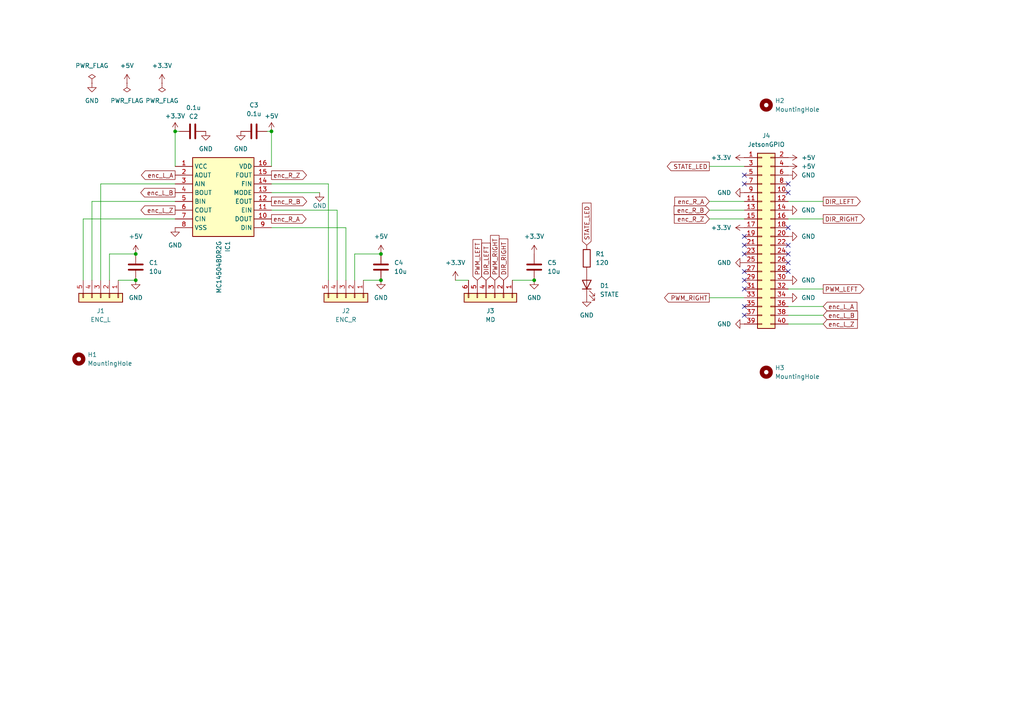
<source format=kicad_sch>
(kicad_sch (version 20231120) (generator "eeschema") (generator_version "8.0")
  (paper "A4")
  (lib_symbols
    (symbol "Connector_Generic:Conn_01x05" (pin_names (offset 1.016) hide)
      (property "Reference" "J" (at 0 7.62 0))
      (property "Value" "Conn_01x05" (at 0 -7.62 0))
      (symbol "Conn_01x05_1_1"
        (rectangle (start -1.27 -4.953) (end 0 -5.207) (stroke (width 0.1524)))
        (rectangle (start -1.27 -2.413) (end 0 -2.667) (stroke (width 0.1524)))
        (rectangle (start -1.27 0.127) (end 0 -0.127) (stroke (width 0.1524)))
        (rectangle (start -1.27 2.667) (end 0 2.413) (stroke (width 0.1524)))
        (rectangle (start -1.27 5.207) (end 0 4.953) (stroke (width 0.1524)))
        (rectangle (start -1.27 6.35) (end 1.27 -6.35) (stroke (width 0.254)) (fill (type background)))
        (pin passive line (at -5.08 5.08 0) (length 3.81) (name "Pin_1") (number "1"))
        (pin passive line (at -5.08 2.54 0) (length 3.81) (name "Pin_2") (number "2"))
        (pin passive line (at -5.08 0 0) (length 3.81) (name "Pin_3") (number "3"))
        (pin passive line (at -5.08 -2.54 0) (length 3.81) (name "Pin_4") (number "4"))
        (pin passive line (at -5.08 -5.08 0) (length 3.81) (name "Pin_5") (number "5"))
      )
    )
    (symbol "Connector_Generic:Conn_01x06" (pin_names (offset 1.016) hide)
      (property "Reference" "J" (at 0 7.62 0))
      (property "Value" "Conn_01x06" (at 0 -10.16 0))
      (symbol "Conn_01x06_1_1"
        (rectangle (start -1.27 -7.493) (end 0 -7.747) (stroke (width 0.1524)))
        (rectangle (start -1.27 -4.953) (end 0 -5.207) (stroke (width 0.1524)))
        (rectangle (start -1.27 -2.413) (end 0 -2.667) (stroke (width 0.1524)))
        (rectangle (start -1.27 0.127) (end 0 -0.127) (stroke (width 0.1524)))
        (rectangle (start -1.27 2.667) (end 0 2.413) (stroke (width 0.1524)))
        (rectangle (start -1.27 5.207) (end 0 4.953) (stroke (width 0.1524)))
        (rectangle (start -1.27 6.35) (end 1.27 -8.89) (stroke (width 0.254)) (fill (type background)))
        (pin passive line (at -5.08 5.08 0) (length 3.81) (name "Pin_1") (number "1"))
        (pin passive line (at -5.08 2.54 0) (length 3.81) (name "Pin_2") (number "2"))
        (pin passive line (at -5.08 0 0) (length 3.81) (name "Pin_3") (number "3"))
        (pin passive line (at -5.08 -2.54 0) (length 3.81) (name "Pin_4") (number "4"))
        (pin passive line (at -5.08 -5.08 0) (length 3.81) (name "Pin_5") (number "5"))
        (pin passive line (at -5.08 -7.62 0) (length 3.81) (name "Pin_6") (number "6"))
      )
    )
    (symbol "Connector_Generic:Conn_02x20_Odd_Even" (pin_names (offset 1.016) hide)
      (property "Reference" "J" (at 1.27 25.4 0))
      (property "Value" "Conn_02x20_Odd_Even" (at 1.27 -27.94 0))
      (symbol "Conn_02x20_Odd_Even_1_1"
        (rectangle (start -1.27 -25.273) (end 0 -25.527) (stroke (width 0.1524)))
        (rectangle (start -1.27 -22.733) (end 0 -22.987) (stroke (width 0.1524)))
        (rectangle (start -1.27 -20.193) (end 0 -20.447) (stroke (width 0.1524)))
        (rectangle (start -1.27 -17.653) (end 0 -17.907) (stroke (width 0.1524)))
        (rectangle (start -1.27 -15.113) (end 0 -15.367) (stroke (width 0.1524)))
        (rectangle (start -1.27 -12.573) (end 0 -12.827) (stroke (width 0.1524)))
        (rectangle (start -1.27 -10.033) (end 0 -10.287) (stroke (width 0.1524)))
        (rectangle (start -1.27 -7.493) (end 0 -7.747) (stroke (width 0.1524)))
        (rectangle (start -1.27 -4.953) (end 0 -5.207) (stroke (width 0.1524)))
        (rectangle (start -1.27 -2.413) (end 0 -2.667) (stroke (width 0.1524)))
        (rectangle (start -1.27 0.127) (end 0 -0.127) (stroke (width 0.1524)))
        (rectangle (start -1.27 2.667) (end 0 2.413) (stroke (width 0.1524)))
        (rectangle (start -1.27 5.207) (end 0 4.953) (stroke (width 0.1524)))
        (rectangle (start -1.27 7.747) (end 0 7.493) (stroke (width 0.1524)))
        (rectangle (start -1.27 10.287) (end 0 10.033) (stroke (width 0.1524)))
        (rectangle (start -1.27 12.827) (end 0 12.573) (stroke (width 0.1524)))
        (rectangle (start -1.27 15.367) (end 0 15.113) (stroke (width 0.1524)))
        (rectangle (start -1.27 17.907) (end 0 17.653) (stroke (width 0.1524)))
        (rectangle (start -1.27 20.447) (end 0 20.193) (stroke (width 0.1524)))
        (rectangle (start -1.27 22.987) (end 0 22.733) (stroke (width 0.1524)))
        (rectangle (start -1.27 24.13) (end 3.81 -26.67) (stroke (width 0.254)) (fill (type background)))
        (rectangle (start 3.81 -25.273) (end 2.54 -25.527) (stroke (width 0.1524)))
        (rectangle (start 3.81 -22.733) (end 2.54 -22.987) (stroke (width 0.1524)))
        (rectangle (start 3.81 -20.193) (end 2.54 -20.447) (stroke (width 0.1524)))
        (rectangle (start 3.81 -17.653) (end 2.54 -17.907) (stroke (width 0.1524)))
        (rectangle (start 3.81 -15.113) (end 2.54 -15.367) (stroke (width 0.1524)))
        (rectangle (start 3.81 -12.573) (end 2.54 -12.827) (stroke (width 0.1524)))
        (rectangle (start 3.81 -10.033) (end 2.54 -10.287) (stroke (width 0.1524)))
        (rectangle (start 3.81 -7.493) (end 2.54 -7.747) (stroke (width 0.1524)))
        (rectangle (start 3.81 -4.953) (end 2.54 -5.207) (stroke (width 0.1524)))
        (rectangle (start 3.81 -2.413) (end 2.54 -2.667) (stroke (width 0.1524)))
        (rectangle (start 3.81 0.127) (end 2.54 -0.127) (stroke (width 0.1524)))
        (rectangle (start 3.81 2.667) (end 2.54 2.413) (stroke (width 0.1524)))
        (rectangle (start 3.81 5.207) (end 2.54 4.953) (stroke (width 0.1524)))
        (rectangle (start 3.81 7.747) (end 2.54 7.493) (stroke (width 0.1524)))
        (rectangle (start 3.81 10.287) (end 2.54 10.033) (stroke (width 0.1524)))
        (rectangle (start 3.81 12.827) (end 2.54 12.573) (stroke (width 0.1524)))
        (rectangle (start 3.81 15.367) (end 2.54 15.113) (stroke (width 0.1524)))
        (rectangle (start 3.81 17.907) (end 2.54 17.653) (stroke (width 0.1524)))
        (rectangle (start 3.81 20.447) (end 2.54 20.193) (stroke (width 0.1524)))
        (rectangle (start 3.81 22.987) (end 2.54 22.733) (stroke (width 0.1524)))
        (pin passive line (at -5.08 22.86 0) (length 3.81) (name "Pin_1") (number "1"))
        (pin passive line (at 7.62 12.7 180) (length 3.81) (name "Pin_10") (number "10"))
        (pin passive line (at -5.08 10.16 0) (length 3.81) (name "Pin_11") (number "11"))
        (pin passive line (at 7.62 10.16 180) (length 3.81) (name "Pin_12") (number "12"))
        (pin passive line (at -5.08 7.62 0) (length 3.81) (name "Pin_13") (number "13"))
        (pin passive line (at 7.62 7.62 180) (length 3.81) (name "Pin_14") (number "14"))
        (pin passive line (at -5.08 5.08 0) (length 3.81) (name "Pin_15") (number "15"))
        (pin passive line (at 7.62 5.08 180) (length 3.81) (name "Pin_16") (number "16"))
        (pin passive line (at -5.08 2.54 0) (length 3.81) (name "Pin_17") (number "17"))
        (pin passive line (at 7.62 2.54 180) (length 3.81) (name "Pin_18") (number "18"))
        (pin passive line (at -5.08 0 0) (length 3.81) (name "Pin_19") (number "19"))
        (pin passive line (at 7.62 22.86 180) (length 3.81) (name "Pin_2") (number "2"))
        (pin passive line (at 7.62 0 180) (length 3.81) (name "Pin_20") (number "20"))
        (pin passive line (at -5.08 -2.54 0) (length 3.81) (name "Pin_21") (number "21"))
        (pin passive line (at 7.62 -2.54 180) (length 3.81) (name "Pin_22") (number "22"))
        (pin passive line (at -5.08 -5.08 0) (length 3.81) (name "Pin_23") (number "23"))
        (pin passive line (at 7.62 -5.08 180) (length 3.81) (name "Pin_24") (number "24"))
        (pin passive line (at -5.08 -7.62 0) (length 3.81) (name "Pin_25") (number "25"))
        (pin passive line (at 7.62 -7.62 180) (length 3.81) (name "Pin_26") (number "26"))
        (pin passive line (at -5.08 -10.16 0) (length 3.81) (name "Pin_27") (number "27"))
        (pin passive line (at 7.62 -10.16 180) (length 3.81) (name "Pin_28") (number "28"))
        (pin passive line (at -5.08 -12.7 0) (length 3.81) (name "Pin_29") (number "29"))
        (pin passive line (at -5.08 20.32 0) (length 3.81) (name "Pin_3") (number "3"))
        (pin passive line (at 7.62 -12.7 180) (length 3.81) (name "Pin_30") (number "30"))
        (pin passive line (at -5.08 -15.24 0) (length 3.81) (name "Pin_31") (number "31"))
        (pin passive line (at 7.62 -15.24 180) (length 3.81) (name "Pin_32") (number "32"))
        (pin passive line (at -5.08 -17.78 0) (length 3.81) (name "Pin_33") (number "33"))
        (pin passive line (at 7.62 -17.78 180) (length 3.81) (name "Pin_34") (number "34"))
        (pin passive line (at -5.08 -20.32 0) (length 3.81) (name "Pin_35") (number "35"))
        (pin passive line (at 7.62 -20.32 180) (length 3.81) (name "Pin_36") (number "36"))
        (pin passive line (at -5.08 -22.86 0) (length 3.81) (name "Pin_37") (number "37"))
        (pin passive line (at 7.62 -22.86 180) (length 3.81) (name "Pin_38") (number "38"))
        (pin passive line (at -5.08 -25.4 0) (length 3.81) (name "Pin_39") (number "39"))
        (pin passive line (at 7.62 20.32 180) (length 3.81) (name "Pin_4") (number "4"))
        (pin passive line (at 7.62 -25.4 180) (length 3.81) (name "Pin_40") (number "40"))
        (pin passive line (at -5.08 17.78 0) (length 3.81) (name "Pin_5") (number "5"))
        (pin passive line (at 7.62 17.78 180) (length 3.81) (name "Pin_6") (number "6"))
        (pin passive line (at -5.08 15.24 0) (length 3.81) (name "Pin_7") (number "7"))
        (pin passive line (at 7.62 15.24 180) (length 3.81) (name "Pin_8") (number "8"))
        (pin passive line (at -5.08 12.7 0) (length 3.81) (name "Pin_9") (number "9"))
      )
    )
    (symbol "Device:C" (pin_numbers hide) (pin_names (offset 0.254))
      (property "Reference" "C" (at 0.635 2.54 0))
      (property "Value" "C" (at 0.635 -2.54 0))
      (symbol "C_0_1"
        (polyline (pts (xy -2.032 -0.762) (xy 2.032 -0.762)) (stroke (width 0.508)))
        (polyline (pts (xy -2.032 0.762) (xy 2.032 0.762)) (stroke (width 0.508)))
      )
      (symbol "C_1_1"
        (pin passive line (at 0 3.81 270) (length 2.794) (name "~") (number "1"))
        (pin passive line (at 0 -3.81 90) (length 2.794) (name "~") (number "2"))
      )
    )
    (symbol "Device:LED" (pin_numbers hide) (pin_names (offset 1.016) hide)
      (property "Reference" "D" (at 0 2.54 0))
      (property "Value" "LED" (at 0 -2.54 0))
      (symbol "LED_0_1"
        (polyline (pts (xy -1.27 -1.27) (xy -1.27 1.27)) (stroke (width 0.254)))
        (polyline (pts (xy -1.27 0) (xy 1.27 0)))
        (polyline (pts (xy 1.27 -1.27) (xy 1.27 1.27) (xy -1.27 0) (xy 1.27 -1.27)) (stroke (width 0.254)))
        (polyline (pts (xy -3.048 -0.762) (xy -4.572 -2.286) (xy -3.81 -2.286) (xy -4.572 -2.286) (xy -4.572 -1.524)))
        (polyline (pts (xy -1.778 -0.762) (xy -3.302 -2.286) (xy -2.54 -2.286) (xy -3.302 -2.286) (xy -3.302 -1.524)))
      )
      (symbol "LED_1_1"
        (pin passive line (at -3.81 0 0) (length 2.54) (name "K") (number "1"))
        (pin passive line (at 3.81 0 180) (length 2.54) (name "A") (number "2"))
      )
    )
    (symbol "Device:R" (pin_numbers hide) (pin_names (offset 0))
      (property "Reference" "R" (at 2.032 0 90))
      (property "Value" "R" (at 0 0 90))
      (symbol "R_0_1"
        (rectangle (start -1.016 -2.54) (end 1.016 2.54) (stroke (width 0.254)))
      )
      (symbol "R_1_1"
        (pin passive line (at 0 3.81 270) (length 1.27) (name "~") (number "1"))
        (pin passive line (at 0 -3.81 90) (length 1.27) (name "~") (number "2"))
      )
    )
    (symbol "MC14504BDR2G:MC14504BDR2G"
      (property "Reference" "IC" (at 24.13 7.62 0))
      (property "Value" "MC14504BDR2G" (at 24.13 5.08 0))
      (symbol "MC14504BDR2G_1_1"
        (rectangle (start 5.08 2.54) (end 22.86 -20.32) (stroke (width 0.254)) (fill (type background)))
        (pin passive line (at 0 0 0) (length 5.08) (name "VCC") (number "1"))
        (pin passive line (at 27.94 -15.24 180) (length 5.08) (name "DOUT") (number "10"))
        (pin passive line (at 27.94 -12.7 180) (length 5.08) (name "EIN") (number "11"))
        (pin passive line (at 27.94 -10.16 180) (length 5.08) (name "EOUT") (number "12"))
        (pin passive line (at 27.94 -7.62 180) (length 5.08) (name "MODE") (number "13"))
        (pin passive line (at 27.94 -5.08 180) (length 5.08) (name "FIN") (number "14"))
        (pin passive line (at 27.94 -2.54 180) (length 5.08) (name "FOUT") (number "15"))
        (pin passive line (at 27.94 0 180) (length 5.08) (name "VDD") (number "16"))
        (pin passive line (at 0 -2.54 0) (length 5.08) (name "AOUT") (number "2"))
        (pin passive line (at 0 -5.08 0) (length 5.08) (name "AIN") (number "3"))
        (pin passive line (at 0 -7.62 0) (length 5.08) (name "BOUT") (number "4"))
        (pin passive line (at 0 -10.16 0) (length 5.08) (name "BIN") (number "5"))
        (pin passive line (at 0 -12.7 0) (length 5.08) (name "COUT") (number "6"))
        (pin passive line (at 0 -15.24 0) (length 5.08) (name "CIN") (number "7"))
        (pin passive line (at 0 -17.78 0) (length 5.08) (name "VSS") (number "8"))
        (pin passive line (at 27.94 -17.78 180) (length 5.08) (name "DIN") (number "9"))
      )
    )
    (symbol "Mechanical:MountingHole" (pin_names (offset 1.016)) (exclude_from_sim yes) (in_bom no)
      (property "Reference" "H" (at 0 5.08 0))
      (property "Value" "MountingHole" (at 0 3.175 0))
      (symbol "MountingHole_0_1"
        (circle (center 0 0) (radius 1.27) (stroke (width 1.27)))
      )
    )
    (symbol "power:+3.3V" (power) (pin_numbers hide) (pin_names (offset 0) hide)
      (property "Value" "+3.3V" (at 0 3.556 0))
      (symbol "+3.3V_0_1"
        (polyline (pts (xy -0.762 1.27) (xy 0 2.54)))
        (polyline (pts (xy 0 0) (xy 0 2.54)))
        (polyline (pts (xy 0 2.54) (xy 0.762 1.27)))
      )
      (symbol "+3.3V_1_1"
        (pin power_in line (at 0 0 90) (length 0) (name "~") (number "1"))
      )
    )
    (symbol "power:+5V" (power) (pin_numbers hide) (pin_names (offset 0) hide)
      (property "Value" "+5V" (at 0 3.556 0))
      (symbol "+5V_0_1"
        (polyline (pts (xy -0.762 1.27) (xy 0 2.54)))
        (polyline (pts (xy 0 0) (xy 0 2.54)))
        (polyline (pts (xy 0 2.54) (xy 0.762 1.27)))
      )
      (symbol "+5V_1_1"
        (pin power_in line (at 0 0 90) (length 0) (name "~") (number "1"))
      )
    )
    (symbol "power:GND" (power) (pin_numbers hide) (pin_names (offset 0) hide)
      (property "Value" "GND" (at 0 -3.81 0))
      (symbol "GND_0_1"
        (polyline (pts (xy 0 0) (xy 0 -1.27) (xy 1.27 -1.27) (xy 0 -2.54) (xy -1.27 -1.27) (xy 0 -1.27)))
      )
      (symbol "GND_1_1"
        (pin power_in line (at 0 0 270) (length 0) (name "~") (number "1"))
      )
    )
    (symbol "power:PWR_FLAG" (power) (pin_numbers hide) (pin_names (offset 0) hide)
      (property "Value" "PWR_FLAG" (at 0 3.81 0))
      (symbol "PWR_FLAG_0_0"
        (pin power_out line (at 0 0 90) (length 0) (name "~") (number "1"))
      )
      (symbol "PWR_FLAG_0_1"
        (polyline (pts (xy 0 0) (xy 0 1.27) (xy -1.016 1.905) (xy 0 2.54) (xy 1.016 1.905) (xy 0 1.27)))
      )
    )
  )
  (junction (at 39.37 81.28))
  (junction (at 110.49 73.66))
  (junction (at 50.8 38.1))
  (junction (at 78.74 38.1))
  (junction (at 39.37 73.66))
  (junction (at 110.49 81.28))
  (junction (at 154.94 81.28))
  (no_connect (at 228.6 78.74))
  (no_connect (at 228.6 53.34))
  (no_connect (at 215.9 81.28))
  (no_connect (at 215.9 53.34))
  (no_connect (at 215.9 78.74))
  (no_connect (at 215.9 91.44))
  (no_connect (at 228.6 76.2))
  (no_connect (at 215.9 71.12))
  (no_connect (at 228.6 73.66))
  (no_connect (at 215.9 50.8))
  (no_connect (at 215.9 73.66))
  (no_connect (at 228.6 66.04))
  (no_connect (at 228.6 71.12))
  (no_connect (at 228.6 55.88))
  (no_connect (at 215.9 83.82))
  (no_connect (at 215.9 68.58))
  (no_connect (at 215.9 88.9))
  (wire (pts (xy 50.8 58.42) (xy 26.67 58.42)))
  (wire (pts (xy 77.47 38.1) (xy 78.74 38.1)))
  (wire (pts (xy 39.37 73.66) (xy 31.75 73.66)))
  (wire (pts (xy 228.6 91.44) (xy 238.76 91.44)))
  (wire (pts (xy 228.6 88.9) (xy 238.76 88.9)))
  (wire (pts (xy 78.74 53.34) (xy 95.25 53.34)))
  (wire (pts (xy 52.07 38.1) (xy 50.8 38.1)))
  (wire (pts (xy 110.49 73.66) (xy 102.87 73.66)))
  (wire (pts (xy 50.8 38.1) (xy 50.8 48.26)))
  (wire (pts (xy 205.74 60.96) (xy 215.9 60.96)))
  (wire (pts (xy 102.87 73.66) (xy 102.87 81.28)))
  (wire (pts (xy 95.25 53.34) (xy 95.25 81.28)))
  (wire (pts (xy 26.67 58.42) (xy 26.67 81.28)))
  (wire (pts (xy 205.74 63.5) (xy 215.9 63.5)))
  (wire (pts (xy 97.79 60.96) (xy 97.79 81.28)))
  (wire (pts (xy 228.6 83.82) (xy 238.76 83.82)))
  (wire (pts (xy 205.74 86.36) (xy 215.9 86.36)))
  (wire (pts (xy 78.74 60.96) (xy 97.79 60.96)))
  (wire (pts (xy 228.6 63.5) (xy 238.76 63.5)))
  (wire (pts (xy 228.6 93.98) (xy 238.76 93.98)))
  (wire (pts (xy 228.6 58.42) (xy 238.76 58.42)))
  (wire (pts (xy 24.13 63.5) (xy 24.13 81.28)))
  (wire (pts (xy 29.21 53.34) (xy 29.21 81.28)))
  (wire (pts (xy 78.74 38.1) (xy 78.74 48.26)))
  (wire (pts (xy 78.74 55.88) (xy 92.71 55.88)))
  (wire (pts (xy 31.75 73.66) (xy 31.75 81.28)))
  (wire (pts (xy 148.59 81.28) (xy 154.94 81.28)))
  (wire (pts (xy 205.74 58.42) (xy 215.9 58.42)))
  (wire (pts (xy 110.49 81.28) (xy 105.41 81.28)))
  (wire (pts (xy 100.33 66.04) (xy 100.33 81.28)))
  (wire (pts (xy 39.37 81.28) (xy 34.29 81.28)))
  (wire (pts (xy 50.8 53.34) (xy 29.21 53.34)))
  (wire (pts (xy 50.8 63.5) (xy 24.13 63.5)))
  (wire (pts (xy 205.74 48.26) (xy 215.9 48.26)))
  (wire (pts (xy 78.74 66.04) (xy 100.33 66.04)))
  (wire (pts (xy 132.08 81.28) (xy 135.89 81.28)))
  (global_label "enc_L_A" (shape output) (at 50.8 50.8 180) (property "Intersheetrefs" "${INTERSHEET_REFS}" (effects (hide yes))))
  (global_label "STATE_LED" (shape input) (at 170.18 71.12 90) (property "Intersheetrefs" "${INTERSHEET_REFS}" (effects (hide yes))))
  (global_label "enc_L_A" (shape input) (at 238.76 88.9 0) (property "Intersheetrefs" "${INTERSHEET_REFS}" (effects (hide yes))))
  (global_label "enc_L_B" (shape input) (at 238.76 91.44 0) (property "Intersheetrefs" "${INTERSHEET_REFS}" (effects (hide yes))))
  (global_label "PWM_LEFT" (shape output) (at 238.76 83.82 0) (property "Intersheetrefs" "${INTERSHEET_REFS}" (effects (hide yes))))
  (global_label "PWM_RIGHT" (shape input) (at 143.51 81.28 90) (property "Intersheetrefs" "${INTERSHEET_REFS}" (effects (hide yes))))
  (global_label "DIR_LEFT" (shape output) (at 238.76 58.42 0) (property "Intersheetrefs" "${INTERSHEET_REFS}" (effects (hide yes))))
  (global_label "enc_R_B" (shape output) (at 78.74 58.42 0) (property "Intersheetrefs" "${INTERSHEET_REFS}" (effects (hide yes))))
  (global_label "enc_L_Z" (shape input) (at 238.76 93.98 0) (property "Intersheetrefs" "${INTERSHEET_REFS}" (effects (hide yes))))
  (global_label "PWM_RIGHT" (shape output) (at 205.74 86.36 180) (property "Intersheetrefs" "${INTERSHEET_REFS}" (effects (hide yes))))
  (global_label "enc_R_B" (shape input) (at 205.74 60.96 180) (property "Intersheetrefs" "${INTERSHEET_REFS}" (effects (hide yes))))
  (global_label "enc_R_A" (shape input) (at 205.74 58.42 180) (property "Intersheetrefs" "${INTERSHEET_REFS}" (effects (hide yes))))
  (global_label "enc_L_Z" (shape output) (at 50.8 60.96 180) (property "Intersheetrefs" "${INTERSHEET_REFS}" (effects (hide yes))))
  (global_label "enc_R_Z" (shape input) (at 205.74 63.5 180) (property "Intersheetrefs" "${INTERSHEET_REFS}" (effects (hide yes))))
  (global_label "DIR_RIGHT" (shape input) (at 146.05 81.28 90) (property "Intersheetrefs" "${INTERSHEET_REFS}" (effects (hide yes))))
  (global_label "STATE_LED" (shape output) (at 205.74 48.26 180) (property "Intersheetrefs" "${INTERSHEET_REFS}" (effects (hide yes))))
  (global_label "enc_L_B" (shape output) (at 50.8 55.88 180) (property "Intersheetrefs" "${INTERSHEET_REFS}" (effects (hide yes))))
  (global_label "PWM_LEFT" (shape input) (at 138.43 81.28 90) (property "Intersheetrefs" "${INTERSHEET_REFS}" (effects (hide yes))))
  (global_label "DIR_RIGHT" (shape output) (at 238.76 63.5 0) (property "Intersheetrefs" "${INTERSHEET_REFS}" (effects (hide yes))))
  (global_label "enc_R_Z" (shape output) (at 78.74 50.8 0) (property "Intersheetrefs" "${INTERSHEET_REFS}" (effects (hide yes))))
  (global_label "DIR_LEFT" (shape input) (at 140.97 81.28 90) (property "Intersheetrefs" "${INTERSHEET_REFS}" (effects (hide yes))))
  (global_label "enc_R_A" (shape output) (at 78.74 63.5 0) (property "Intersheetrefs" "${INTERSHEET_REFS}" (effects (hide yes))))
  (symbol (lib_id "Connector_Generic:Conn_02x20_Odd_Even") (at 220.98 68.58 0) (unit 1)
    (property "Reference" "J4" (at 222.25 39.37 0))
    (property "Value" "JetsonGPIO" (at 222.25 41.91 0))
    (property "Footprint" "Connector_PinHeader_2.54mm:PinHeader_2x20_P2.54mm_Vertical" (effects (hide yes)))
    (property "Description" "Generic connector, double row, 02x20, odd/even pin numbering scheme (row 1 odd numbers, row 2 even numbers), script generated (kicad-library-utils/schlib/autogen/connector/)" (effects (hide yes)))
  )
  (symbol (lib_id "power:GND") (at 215.9 55.88 270) (unit 1)
    (property "Reference" "#PWR015" (effects (hide yes)))
    (property "Value" "GND" (at 212.09 55.8799 90) (effects (justify right)))
    (property "Description" "Power symbol creates a global label with name \"GND\" , ground" (effects (hide yes)))
  )
  (symbol (lib_id "power:GND") (at 170.18 86.36 0) (unit 1)
    (property "Reference" "#PWR029" (effects (hide yes)))
    (property "Value" "GND" (at 170.18 91.44 0))
    (property "Description" "Power symbol creates a global label with name \"GND\" , ground" (effects (hide yes)))
  )
  (symbol (lib_id "power:GND") (at 110.49 81.28 0) (unit 1)
    (property "Reference" "#PWR011" (effects (hide yes)))
    (property "Value" "GND" (at 110.49 86.36 0))
    (property "Description" "Power symbol creates a global label with name \"GND\" , ground" (effects (hide yes)))
  )
  (symbol (lib_id "Connector_Generic:Conn_01x05") (at 100.33 86.36 270) (unit 1)
    (property "Reference" "J2" (at 100.33 90.17 90))
    (property "Value" "ENC_R" (at 100.33 92.71 90))
    (property "Footprint" "Connector_JST:JST_XH_B5B-XH-A_1x05_P2.50mm_Vertical" (effects (hide yes)))
    (property "Description" "Generic connector, single row, 01x05, script generated (kicad-library-utils/schlib/autogen/connector/)" (effects (hide yes)))
  )
  (symbol (lib_id "Connector_Generic:Conn_01x06") (at 143.51 86.36 270) (unit 1)
    (property "Reference" "J3" (at 142.24 90.17 90))
    (property "Value" "MD" (at 142.24 92.71 90))
    (property "Footprint" "Connector_JST:JST_XH_B6B-XH-A_1x06_P2.50mm_Vertical" (effects (hide yes)))
    (property "Description" "Generic connector, single row, 01x06, script generated (kicad-library-utils/schlib/autogen/connector/)" (effects (hide yes)))
  )
  (symbol (lib_id "power:+3.3V") (at 50.8 38.1 0) (unit 1)
    (property "Reference" "#PWR06" (effects (hide yes)))
    (property "Value" "+3.3V" (at 50.8 33.655 0))
    (property "Description" "Power symbol creates a global label with name \"+3.3V\"" (effects (hide yes)))
  )
  (symbol (lib_id "Device:C") (at 55.88 38.1 270) (unit 1)
    (property "Reference" "C2" (at 56.134 33.782 90))
    (property "Value" "0.1u" (at 56.134 31.242 90))
    (property "Footprint" "Capacitor_SMD:C_0603_1608Metric" (effects (hide yes)))
    (property "Description" "Unpolarized capacitor" (effects (hide yes)))
  )
  (symbol (lib_id "power:GND") (at 26.67 24.13 0) (unit 1)
    (property "Reference" "#PWR01" (effects (hide yes)))
    (property "Value" "GND" (at 26.67 29.21 0))
    (property "Description" "Power symbol creates a global label with name \"GND\" , ground" (effects (hide yes)))
  )
  (symbol (lib_id "power:GND") (at 39.37 81.28 0) (unit 1)
    (property "Reference" "#PWR04" (effects (hide yes)))
    (property "Value" "GND" (at 39.37 86.36 0))
    (property "Description" "Power symbol creates a global label with name \"GND\" , ground" (effects (hide yes)))
  )
  (symbol (lib_id "MC14504BDR2G:MC14504BDR2G") (at 50.8 48.26 0) (unit 1)
    (property "Reference" "IC1" (at 66.0401 69.85 90) (effects (justify right)))
    (property "Value" "MC14504BDR2G" (at 63.5001 69.85 90) (effects (justify right)))
    (property "Footprint" "MC14504BDR2G:SOIC127P600X175-16N" (effects (hide yes)))
    (property "Datasheet" "http://www.onsemi.com/pub/Collateral/MC14504B-D.PDF" (effects (hide yes)))
    (property "Description" "ON Semiconductor MC14504BDR2G, Logic Level Translator, Level Translator, CMOS, TTL to CMOS, CMOS, 16-Pin SOIC" (effects (hide yes)))
    (property "Height" "1.75" (effects (hide yes)))
    (property "Mouser Part Number" "863-MC14504BDR2G" (effects (hide yes)))
    (property "Mouser Price/Stock" "https://www.mouser.co.uk/ProductDetail/onsemi/MC14504BDR2G?qs=gb35HGp1gQL9H0BhIg5f%2FQ%3D%3D" (effects (hide yes)))
    (property "Manufacturer_Name" "onsemi" (effects (hide yes)))
    (property "Manufacturer_Part_Number" "MC14504BDR2G" (effects (hide yes)))
  )
  (symbol (lib_id "power:GND") (at 59.69 38.1 0) (unit 1)
    (property "Reference" "#PWR026" (effects (hide yes)))
    (property "Value" "GND" (at 59.69 43.18 0))
    (property "Description" "Power symbol creates a global label with name \"GND\" , ground" (effects (hide yes)))
  )
  (symbol (lib_id "Device:C") (at 39.37 77.47 0) (unit 1)
    (property "Reference" "C1" (at 43.18 76.1999 0) (effects (justify left)))
    (property "Value" "10u" (at 43.18 78.7399 0) (effects (justify left)))
    (property "Footprint" "Capacitor_SMD:C_0805_2012Metric" (effects (hide yes)))
    (property "Description" "Unpolarized capacitor" (effects (hide yes)))
  )
  (symbol (lib_id "power:GND") (at 228.6 86.36 90) (unit 1)
    (property "Reference" "#PWR025" (effects (hide yes)))
    (property "Value" "GND" (at 232.41 86.3599 90) (effects (justify right)))
    (property "Description" "Power symbol creates a global label with name \"GND\" , ground" (effects (hide yes)))
  )
  (symbol (lib_id "power:+5V") (at 78.74 38.1 0) (unit 1)
    (property "Reference" "#PWR08" (effects (hide yes)))
    (property "Value" "+5V" (at 78.74 33.655 0))
    (property "Description" "Power symbol creates a global label with name \"+5V\"" (effects (hide yes)))
  )
  (symbol (lib_id "power:+5V") (at 228.6 48.26 270) (unit 1)
    (property "Reference" "#PWR020" (effects (hide yes)))
    (property "Value" "+5V" (at 232.41 48.2599 90) (effects (justify left)))
    (property "Description" "Power symbol creates a global label with name \"+5V\"" (effects (hide yes)))
  )
  (symbol (lib_id "power:GND") (at 215.9 93.98 270) (unit 1)
    (property "Reference" "#PWR018" (effects (hide yes)))
    (property "Value" "GND" (at 212.09 93.9799 90) (effects (justify right)))
    (property "Description" "Power symbol creates a global label with name \"GND\" , ground" (effects (hide yes)))
  )
  (symbol (lib_id "Device:C") (at 110.49 77.47 0) (unit 1)
    (property "Reference" "C4" (at 114.3 76.1999 0) (effects (justify left)))
    (property "Value" "10u" (at 114.3 78.7399 0) (effects (justify left)))
    (property "Footprint" "Capacitor_SMD:C_0805_2012Metric" (effects (hide yes)))
    (property "Description" "Unpolarized capacitor" (effects (hide yes)))
  )
  (symbol (lib_id "Mechanical:MountingHole") (at 222.25 107.95 0) (unit 1) (exclude_from_sim yes) (in_bom no)
    (property "Reference" "H3" (at 224.79 106.6799 0) (effects (justify left)))
    (property "Value" "MountingHole" (at 224.79 109.2199 0) (effects (justify left)))
    (property "Footprint" "MountingHole:MountingHole_3.2mm_M3" (effects (hide yes)))
    (property "Description" "Mounting Hole without connection" (effects (hide yes)))
  )
  (symbol (lib_id "power:GND") (at 154.94 81.28 0) (unit 1)
    (property "Reference" "#PWR012" (effects (hide yes)))
    (property "Value" "GND" (at 154.94 86.36 0))
    (property "Description" "Power symbol creates a global label with name \"GND\" , ground" (effects (hide yes)))
  )
  (symbol (lib_id "Mechanical:MountingHole") (at 22.86 104.14 0) (unit 1) (exclude_from_sim yes) (in_bom no)
    (property "Reference" "H1" (at 25.4 102.8699 0) (effects (justify left)))
    (property "Value" "MountingHole" (at 25.4 105.4099 0) (effects (justify left)))
    (property "Footprint" "MountingHole:MountingHole_3.2mm_M3" (effects (hide yes)))
    (property "Description" "Mounting Hole without connection" (effects (hide yes)))
  )
  (symbol (lib_id "power:+3.3V") (at 154.94 73.66 0) (unit 1)
    (property "Reference" "#PWR028" (effects (hide yes)))
    (property "Value" "+3.3V" (at 154.94 68.58 0))
    (property "Description" "Power symbol creates a global label with name \"+3.3V\"" (effects (hide yes)))
  )
  (symbol (lib_id "Device:C") (at 73.66 38.1 90) (unit 1)
    (property "Reference" "C3" (at 73.66 30.48 90))
    (property "Value" "0.1u" (at 73.66 33.02 90))
    (property "Footprint" "Capacitor_SMD:C_0603_1608Metric" (effects (hide yes)))
    (property "Description" "Unpolarized capacitor" (effects (hide yes)))
  )
  (symbol (lib_id "Device:C") (at 154.94 77.47 0) (unit 1)
    (property "Reference" "C5" (at 158.75 76.1999 0) (effects (justify left)))
    (property "Value" "10u" (at 158.75 78.7399 0) (effects (justify left)))
    (property "Footprint" "Capacitor_SMD:C_0805_2012Metric" (effects (hide yes)))
    (property "Description" "Unpolarized capacitor" (effects (hide yes)))
  )
  (symbol (lib_id "power:GND") (at 50.8 66.04 0) (unit 1)
    (property "Reference" "#PWR07" (effects (hide yes)))
    (property "Value" "GND" (at 50.8 71.12 0))
    (property "Description" "Power symbol creates a global label with name \"GND\" , ground" (effects (hide yes)))
  )
  (symbol (lib_id "power:GND") (at 228.6 68.58 90) (unit 1)
    (property "Reference" "#PWR023" (effects (hide yes)))
    (property "Value" "GND" (at 232.41 68.5799 90) (effects (justify right)))
    (property "Description" "Power symbol creates a global label with name \"GND\" , ground" (effects (hide yes)))
  )
  (symbol (lib_id "power:GND") (at 69.85 38.1 0) (unit 1)
    (property "Reference" "#PWR027" (effects (hide yes)))
    (property "Value" "GND" (at 69.85 43.18 0))
    (property "Description" "Power symbol creates a global label with name \"GND\" , ground" (effects (hide yes)))
  )
  (symbol (lib_id "power:+3.3V") (at 132.08 81.28 0) (unit 1)
    (property "Reference" "#PWR013" (effects (hide yes)))
    (property "Value" "+3.3V" (at 132.08 76.2 0))
    (property "Description" "Power symbol creates a global label with name \"+3.3V\"" (effects (hide yes)))
  )
  (symbol (lib_id "Mechanical:MountingHole") (at 222.25 30.48 0) (unit 1) (exclude_from_sim yes) (in_bom no)
    (property "Reference" "H2" (at 224.79 29.2099 0) (effects (justify left)))
    (property "Value" "MountingHole" (at 224.79 31.7499 0) (effects (justify left)))
    (property "Footprint" "MountingHole:MountingHole_3.2mm_M3" (effects (hide yes)))
    (property "Description" "Mounting Hole without connection" (effects (hide yes)))
  )
  (symbol (lib_id "power:+3.3V") (at 215.9 45.72 90) (unit 1)
    (property "Reference" "#PWR014" (effects (hide yes)))
    (property "Value" "+3.3V" (at 212.09 45.7199 90) (effects (justify left)))
    (property "Description" "Power symbol creates a global label with name \"+3.3V\"" (effects (hide yes)))
  )
  (symbol (lib_id "Device:LED") (at 170.18 82.55 90) (unit 1)
    (property "Reference" "D1" (at 173.99 82.8674 90) (effects (justify right)))
    (property "Value" "STATE" (at 173.99 85.4074 90) (effects (justify right)))
    (property "Footprint" "LTST-C190GKT:LEDC1608X90N" (effects (hide yes)))
    (property "Description" "Light emitting diode" (effects (hide yes)))
  )
  (symbol (lib_id "power:+5V") (at 36.83 24.13 0) (unit 1)
    (property "Reference" "#PWR02" (effects (hide yes)))
    (property "Value" "+5V" (at 36.83 19.05 0))
    (property "Description" "Power symbol creates a global label with name \"+5V\"" (effects (hide yes)))
  )
  (symbol (lib_id "power:GND") (at 92.71 55.88 0) (unit 1)
    (property "Reference" "#PWR09" (effects (hide yes)))
    (property "Value" "GND" (at 92.71 59.69 0))
    (property "Description" "Power symbol creates a global label with name \"GND\" , ground" (effects (hide yes)))
  )
  (symbol (lib_id "Connector_Generic:Conn_01x05") (at 29.21 86.36 270) (unit 1)
    (property "Reference" "J1" (at 29.21 90.17 90))
    (property "Value" "ENC_L" (at 29.21 92.71 90))
    (property "Footprint" "Connector_JST:JST_XH_B5B-XH-A_1x05_P2.50mm_Vertical" (effects (hide yes)))
    (property "Description" "Generic connector, single row, 01x05, script generated (kicad-library-utils/schlib/autogen/connector/)" (effects (hide yes)))
  )
  (symbol (lib_id "power:+3.3V") (at 215.9 66.04 90) (unit 1)
    (property "Reference" "#PWR016" (effects (hide yes)))
    (property "Value" "+3.3V" (at 212.09 66.0399 90) (effects (justify left)))
    (property "Description" "Power symbol creates a global label with name \"+3.3V\"" (effects (hide yes)))
  )
  (symbol (lib_id "power:+5V") (at 39.37 73.66 0) (unit 1)
    (property "Reference" "#PWR03" (effects (hide yes)))
    (property "Value" "+5V" (at 39.37 68.58 0))
    (property "Description" "Power symbol creates a global label with name \"+5V\"" (effects (hide yes)))
  )
  (symbol (lib_id "power:GND") (at 228.6 81.28 90) (unit 1)
    (property "Reference" "#PWR024" (effects (hide yes)))
    (property "Value" "GND" (at 232.41 81.2799 90) (effects (justify right)))
    (property "Description" "Power symbol creates a global label with name \"GND\" , ground" (effects (hide yes)))
  )
  (symbol (lib_id "power:PWR_FLAG") (at 46.99 24.13 180) (unit 1)
    (property "Reference" "#FLG03" (effects (hide yes)))
    (property "Value" "PWR_FLAG" (at 46.99 29.21 0))
    (property "Description" "Special symbol for telling ERC where power comes from" (effects (hide yes)))
  )
  (symbol (lib_id "power:GND") (at 215.9 76.2 270) (unit 1)
    (property "Reference" "#PWR017" (effects (hide yes)))
    (property "Value" "GND" (at 212.09 76.1999 90) (effects (justify right)))
    (property "Description" "Power symbol creates a global label with name \"GND\" , ground" (effects (hide yes)))
  )
  (symbol (lib_id "Device:R") (at 170.18 74.93 0) (unit 1)
    (property "Reference" "R1" (at 172.72 73.6599 0) (effects (justify left)))
    (property "Value" "120" (at 172.72 76.1999 0) (effects (justify left)))
    (property "Footprint" "Resistor_SMD:R_0805_2012Metric" (effects (hide yes)))
    (property "Description" "Resistor" (effects (hide yes)))
  )
  (symbol (lib_id "power:GND") (at 228.6 50.8 90) (unit 1)
    (property "Reference" "#PWR021" (effects (hide yes)))
    (property "Value" "GND" (at 232.41 50.7999 90) (effects (justify right)))
    (property "Description" "Power symbol creates a global label with name \"GND\" , ground" (effects (hide yes)))
  )
  (symbol (lib_id "power:+5V") (at 228.6 45.72 270) (unit 1)
    (property "Reference" "#PWR019" (effects (hide yes)))
    (property "Value" "+5V" (at 232.41 45.7199 90) (effects (justify left)))
    (property "Description" "Power symbol creates a global label with name \"+5V\"" (effects (hide yes)))
  )
  (symbol (lib_id "power:PWR_FLAG") (at 26.67 24.13 0) (unit 1)
    (property "Reference" "#FLG01" (effects (hide yes)))
    (property "Value" "PWR_FLAG" (at 26.67 19.05 0))
    (property "Description" "Special symbol for telling ERC where power comes from" (effects (hide yes)))
  )
  (symbol (lib_id "power:+3.3V") (at 46.99 24.13 0) (unit 1)
    (property "Reference" "#PWR05" (effects (hide yes)))
    (property "Value" "+3.3V" (at 46.99 19.05 0))
    (property "Description" "Power symbol creates a global label with name \"+3.3V\"" (effects (hide yes)))
  )
  (symbol (lib_id "power:GND") (at 228.6 60.96 90) (unit 1)
    (property "Reference" "#PWR022" (effects (hide yes)))
    (property "Value" "GND" (at 232.41 60.9599 90) (effects (justify right)))
    (property "Description" "Power symbol creates a global label with name \"GND\" , ground" (effects (hide yes)))
  )
  (symbol (lib_id "power:PWR_FLAG") (at 36.83 24.13 180) (unit 1)
    (property "Reference" "#FLG02" (effects (hide yes)))
    (property "Value" "PWR_FLAG" (at 36.83 29.21 0))
    (property "Description" "Special symbol for telling ERC where power comes from" (effects (hide yes)))
  )
  (symbol (lib_id "power:+5V") (at 110.49 73.66 0) (unit 1)
    (property "Reference" "#PWR010" (effects (hide yes)))
    (property "Value" "+5V" (at 110.49 68.58 0))
    (property "Description" "Power symbol creates a global label with name \"+5V\"" (effects (hide yes)))
  )
)
</source>
